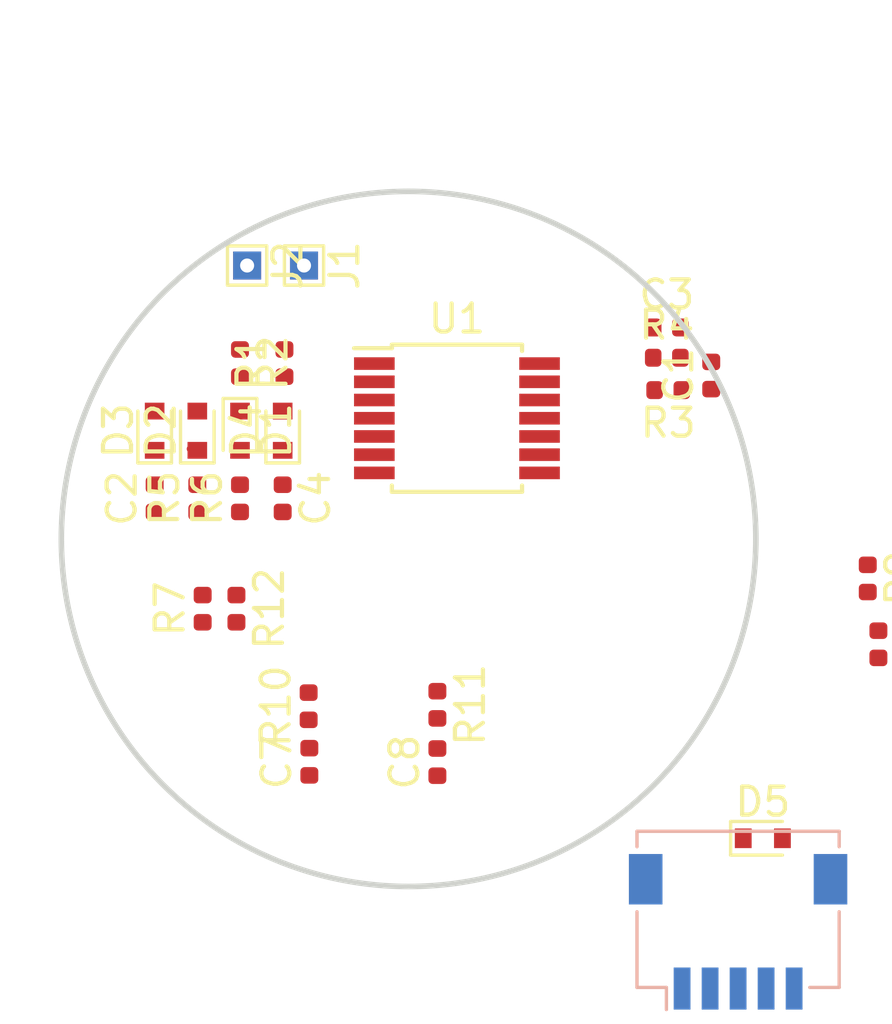
<source format=kicad_pcb>
(kicad_pcb (version 20171130) (host pcbnew 5.0.0)

  (general
    (thickness 1.6)
    (drawings 5)
    (tracks 4)
    (zones 0)
    (modules 27)
    (nets 21)
  )

  (page A4)
  (layers
    (0 F.Cu signal)
    (31 B.Cu signal)
    (32 B.Adhes user hide)
    (33 F.Adhes user hide)
    (34 B.Paste user hide)
    (35 F.Paste user hide)
    (36 B.SilkS user hide)
    (37 F.SilkS user hide)
    (38 B.Mask user hide)
    (39 F.Mask user hide)
    (40 Dwgs.User user hide)
    (41 Cmts.User user hide)
    (42 Eco1.User user)
    (43 Eco2.User user)
    (44 Edge.Cuts user)
    (45 Margin user)
    (46 B.CrtYd user hide)
    (47 F.CrtYd user)
    (48 B.Fab user hide)
    (49 F.Fab user)
  )

  (setup
    (last_trace_width 0.25)
    (trace_clearance 0.2)
    (zone_clearance 0.508)
    (zone_45_only no)
    (trace_min 0.2)
    (segment_width 0.2)
    (edge_width 0.2)
    (via_size 0.8)
    (via_drill 0.4)
    (via_min_size 0.4)
    (via_min_drill 0.3)
    (uvia_size 0.3)
    (uvia_drill 0.1)
    (uvias_allowed no)
    (uvia_min_size 0.2)
    (uvia_min_drill 0.1)
    (pcb_text_width 0.3)
    (pcb_text_size 1.5 1.5)
    (mod_edge_width 0.15)
    (mod_text_size 1 1)
    (mod_text_width 0.15)
    (pad_size 1.524 1.524)
    (pad_drill 0.762)
    (pad_to_mask_clearance 0.2)
    (aux_axis_origin 0 0)
    (visible_elements FFFFFF7F)
    (pcbplotparams
      (layerselection 0x010fc_ffffffff)
      (usegerberextensions true)
      (usegerberattributes false)
      (usegerberadvancedattributes false)
      (creategerberjobfile false)
      (excludeedgelayer true)
      (linewidth 0.100000)
      (plotframeref false)
      (viasonmask false)
      (mode 1)
      (useauxorigin false)
      (hpglpennumber 1)
      (hpglpenspeed 20)
      (hpglpendiameter 15.000000)
      (psnegative false)
      (psa4output false)
      (plotreference false)
      (plotvalue false)
      (plotinvisibletext false)
      (padsonsilk false)
      (subtractmaskfromsilk false)
      (outputformat 1)
      (mirror false)
      (drillshape 0)
      (scaleselection 1)
      (outputdirectory "gerbers"))
  )

  (net 0 "")
  (net 1 +BATT)
  (net 2 GND)
  (net 3 "Net-(C2-Pad1)")
  (net 4 VGND)
  (net 5 /OUT+)
  (net 6 "Net-(C7-Pad2)")
  (net 7 "Net-(C8-Pad2)")
  (net 8 /OUT-)
  (net 9 "Net-(D2-Pad2)")
  (net 10 /IN+)
  (net 11 -BATT)
  (net 12 /PRE-)
  (net 13 /PRE+)
  (net 14 /BUF+)
  (net 15 /BUF-)
  (net 16 /AMP)
  (net 17 /VGNDREF)
  (net 18 VCC)
  (net 19 /GAIN-)
  (net 20 /INV-)

  (net_class Default "This is the default net class."
    (clearance 0.2)
    (trace_width 0.25)
    (via_dia 0.8)
    (via_drill 0.4)
    (uvia_dia 0.3)
    (uvia_drill 0.1)
    (add_net +BATT)
    (add_net -BATT)
    (add_net /AMP)
    (add_net /BUF+)
    (add_net /BUF-)
    (add_net /GAIN-)
    (add_net /IN+)
    (add_net /INV-)
    (add_net /OUT+)
    (add_net /OUT-)
    (add_net /PRE+)
    (add_net /PRE-)
    (add_net /VGNDREF)
    (add_net GND)
    (add_net "Net-(C2-Pad1)")
    (add_net "Net-(C7-Pad2)")
    (add_net "Net-(C8-Pad2)")
    (add_net "Net-(D2-Pad2)")
    (add_net VCC)
    (add_net VGND)
  )

  (module TestPoint:TestPoint_THTPad_1.0x1.0mm_Drill0.5mm (layer F.Cu) (tedit 5A0F774F) (tstamp 5BC696F1)
    (at 96.266 90.2462 270)
    (descr "THT rectangular pad as test Point, square 1.0mm side length, hole diameter 0.5mm")
    (tags "test point THT pad rectangle square")
    (path /5B95313E)
    (attr virtual)
    (fp_text reference J1 (at 0 -1.448 270) (layer F.SilkS)
      (effects (font (size 1 1) (thickness 0.15)))
    )
    (fp_text value Conn_01x01 (at -4.2672 6.1722 270) (layer F.Fab)
      (effects (font (size 1 1) (thickness 0.15)))
    )
    (fp_line (start 1 1) (end -1 1) (layer F.CrtYd) (width 0.05))
    (fp_line (start 1 1) (end 1 -1) (layer F.CrtYd) (width 0.05))
    (fp_line (start -1 -1) (end -1 1) (layer F.CrtYd) (width 0.05))
    (fp_line (start -1 -1) (end 1 -1) (layer F.CrtYd) (width 0.05))
    (fp_line (start -0.7 0.7) (end -0.7 -0.7) (layer F.SilkS) (width 0.12))
    (fp_line (start 0.7 0.7) (end -0.7 0.7) (layer F.SilkS) (width 0.12))
    (fp_line (start 0.7 -0.7) (end 0.7 0.7) (layer F.SilkS) (width 0.12))
    (fp_line (start -0.7 -0.7) (end 0.7 -0.7) (layer F.SilkS) (width 0.12))
    (fp_text user %R (at -0.3048 -1.4224 270) (layer F.Fab)
      (effects (font (size 1 1) (thickness 0.15)))
    )
    (pad 1 thru_hole rect (at 0 0 270) (size 1 1) (drill 0.5) (layers *.Cu *.Mask)
      (net 10 /IN+))
  )

  (module TestPoint:TestPoint_THTPad_1.0x1.0mm_Drill0.5mm (layer F.Cu) (tedit 5A0F774F) (tstamp 5BC696FE)
    (at 94.234 90.2462 270)
    (descr "THT rectangular pad as test Point, square 1.0mm side length, hole diameter 0.5mm")
    (tags "test point THT pad rectangle square")
    (path /5B95319A)
    (attr virtual)
    (fp_text reference J2 (at 0 -1.448 270) (layer F.SilkS)
      (effects (font (size 1 1) (thickness 0.15)))
    )
    (fp_text value Conn_01x01 (at -4.8006 5.2832 270) (layer F.Fab)
      (effects (font (size 1 1) (thickness 0.15)))
    )
    (fp_text user %R (at 0 -1.45 270) (layer F.Fab)
      (effects (font (size 1 1) (thickness 0.15)))
    )
    (fp_line (start -0.7 -0.7) (end 0.7 -0.7) (layer F.SilkS) (width 0.12))
    (fp_line (start 0.7 -0.7) (end 0.7 0.7) (layer F.SilkS) (width 0.12))
    (fp_line (start 0.7 0.7) (end -0.7 0.7) (layer F.SilkS) (width 0.12))
    (fp_line (start -0.7 0.7) (end -0.7 -0.7) (layer F.SilkS) (width 0.12))
    (fp_line (start -1 -1) (end 1 -1) (layer F.CrtYd) (width 0.05))
    (fp_line (start -1 -1) (end -1 1) (layer F.CrtYd) (width 0.05))
    (fp_line (start 1 1) (end 1 -1) (layer F.CrtYd) (width 0.05))
    (fp_line (start 1 1) (end -1 1) (layer F.CrtYd) (width 0.05))
    (pad 1 thru_hole rect (at 0 0 270) (size 1 1) (drill 0.5) (layers *.Cu *.Mask)
      (net 4 VGND))
  )

  (module Diode_SMD:D_SOD-523 (layer F.Cu) (tedit 586419F0) (tstamp 5BA24F06)
    (at 93.98 96.139 270)
    (descr "http://www.diodes.com/datasheets/ap02001.pdf p.144")
    (tags "Diode SOD523")
    (path /5B994E95)
    (attr smd)
    (fp_text reference D1 (at 0 -1.3 270) (layer F.SilkS)
      (effects (font (size 1 1) (thickness 0.15)))
    )
    (fp_text value D (at -1.486418 0.2286 270) (layer F.Fab)
      (effects (font (size 1 1) (thickness 0.15)))
    )
    (fp_line (start 0.7 0.6) (end -1.15 0.6) (layer F.SilkS) (width 0.12))
    (fp_line (start 0.7 -0.6) (end -1.15 -0.6) (layer F.SilkS) (width 0.12))
    (fp_line (start 0.65 0.45) (end -0.65 0.45) (layer F.Fab) (width 0.1))
    (fp_line (start -0.65 0.45) (end -0.65 -0.45) (layer F.Fab) (width 0.1))
    (fp_line (start -0.65 -0.45) (end 0.65 -0.45) (layer F.Fab) (width 0.1))
    (fp_line (start 0.65 -0.45) (end 0.65 0.45) (layer F.Fab) (width 0.1))
    (fp_line (start -0.2 0.2) (end -0.2 -0.2) (layer F.Fab) (width 0.1))
    (fp_line (start -0.2 0) (end -0.35 0) (layer F.Fab) (width 0.1))
    (fp_line (start -0.2 0) (end 0.1 0.2) (layer F.Fab) (width 0.1))
    (fp_line (start 0.1 0.2) (end 0.1 -0.2) (layer F.Fab) (width 0.1))
    (fp_line (start 0.1 -0.2) (end -0.2 0) (layer F.Fab) (width 0.1))
    (fp_line (start 0.1 0) (end 0.25 0) (layer F.Fab) (width 0.1))
    (fp_line (start 1.25 0.7) (end -1.25 0.7) (layer F.CrtYd) (width 0.05))
    (fp_line (start -1.25 0.7) (end -1.25 -0.7) (layer F.CrtYd) (width 0.05))
    (fp_line (start -1.25 -0.7) (end 1.25 -0.7) (layer F.CrtYd) (width 0.05))
    (fp_line (start 1.25 -0.7) (end 1.25 0.7) (layer F.CrtYd) (width 0.05))
    (fp_line (start -1.15 -0.6) (end -1.15 0.6) (layer F.SilkS) (width 0.12))
    (fp_text user %R (at 0.875782 -2.794 270) (layer F.Fab)
      (effects (font (size 1 1) (thickness 0.15)))
    )
    (pad 1 smd rect (at -0.7 0 90) (size 0.6 0.7) (layers F.Cu F.Paste F.Mask)
      (net 13 /PRE+))
    (pad 2 smd rect (at 0.7 0 90) (size 0.6 0.7) (layers F.Cu F.Paste F.Mask)
      (net 12 /PRE-))
    (model ${KISYS3DMOD}/Diode_SMD.3dshapes/D_SOD-523.wrl
      (at (xyz 0 0 0))
      (scale (xyz 1 1 1))
      (rotate (xyz 0 0 0))
    )
  )

  (module Diode_SMD:D_SOD-523 (layer F.Cu) (tedit 586419F0) (tstamp 5BC6BB72)
    (at 92.456 96.139 90)
    (descr "http://www.diodes.com/datasheets/ap02001.pdf p.144")
    (tags "Diode SOD523")
    (path /5B9A41D0)
    (attr smd)
    (fp_text reference D2 (at 0 -1.3 90) (layer F.SilkS)
      (effects (font (size 1 1) (thickness 0.15)))
    )
    (fp_text value "Zener 3V1" (at 2.8194 -0.6858 90) (layer F.Fab)
      (effects (font (size 1 1) (thickness 0.15)))
    )
    (fp_line (start 0.7 0.6) (end -1.15 0.6) (layer F.SilkS) (width 0.12))
    (fp_line (start 0.7 -0.6) (end -1.15 -0.6) (layer F.SilkS) (width 0.12))
    (fp_line (start 0.65 0.45) (end -0.65 0.45) (layer F.Fab) (width 0.1))
    (fp_line (start -0.65 0.45) (end -0.65 -0.45) (layer F.Fab) (width 0.1))
    (fp_line (start -0.65 -0.45) (end 0.65 -0.45) (layer F.Fab) (width 0.1))
    (fp_line (start 0.65 -0.45) (end 0.65 0.45) (layer F.Fab) (width 0.1))
    (fp_line (start -0.2 0.2) (end -0.2 -0.2) (layer F.Fab) (width 0.1))
    (fp_line (start -0.2 0) (end -0.35 0) (layer F.Fab) (width 0.1))
    (fp_line (start -0.2 0) (end 0.1 0.2) (layer F.Fab) (width 0.1))
    (fp_line (start 0.1 0.2) (end 0.1 -0.2) (layer F.Fab) (width 0.1))
    (fp_line (start 0.1 -0.2) (end -0.2 0) (layer F.Fab) (width 0.1))
    (fp_line (start 0.1 0) (end 0.25 0) (layer F.Fab) (width 0.1))
    (fp_line (start 1.25 0.7) (end -1.25 0.7) (layer F.CrtYd) (width 0.05))
    (fp_line (start -1.25 0.7) (end -1.25 -0.7) (layer F.CrtYd) (width 0.05))
    (fp_line (start -1.25 -0.7) (end 1.25 -0.7) (layer F.CrtYd) (width 0.05))
    (fp_line (start 1.25 -0.7) (end 1.25 0.7) (layer F.CrtYd) (width 0.05))
    (fp_line (start -1.15 -0.6) (end -1.15 0.6) (layer F.SilkS) (width 0.12))
    (fp_text user %R (at -1.2954 -5.0292 90) (layer F.Fab)
      (effects (font (size 1 1) (thickness 0.15)))
    )
    (pad 1 smd rect (at -0.7 0 270) (size 0.6 0.7) (layers F.Cu F.Paste F.Mask)
      (net 12 /PRE-))
    (pad 2 smd rect (at 0.7 0 270) (size 0.6 0.7) (layers F.Cu F.Paste F.Mask)
      (net 9 "Net-(D2-Pad2)"))
    (model ${KISYS3DMOD}/Diode_SMD.3dshapes/D_SOD-523.wrl
      (at (xyz 0 0 0))
      (scale (xyz 1 1 1))
      (rotate (xyz 0 0 0))
    )
  )

  (module Diode_SMD:D_SOD-523 (layer F.Cu) (tedit 586419F0) (tstamp 5BC6BB89)
    (at 90.932 96.139 90)
    (descr "http://www.diodes.com/datasheets/ap02001.pdf p.144")
    (tags "Diode SOD523")
    (path /5B9AA27A)
    (attr smd)
    (fp_text reference D3 (at 0 -1.3 90) (layer F.SilkS)
      (effects (font (size 1 1) (thickness 0.15)))
    )
    (fp_text value "Zener 3V1" (at 2.8702 -1.1938 90) (layer F.Fab)
      (effects (font (size 1 1) (thickness 0.15)))
    )
    (fp_text user %R (at 0.9144 -4.6736 90) (layer F.Fab)
      (effects (font (size 1 1) (thickness 0.15)))
    )
    (fp_line (start -1.15 -0.6) (end -1.15 0.6) (layer F.SilkS) (width 0.12))
    (fp_line (start 1.25 -0.7) (end 1.25 0.7) (layer F.CrtYd) (width 0.05))
    (fp_line (start -1.25 -0.7) (end 1.25 -0.7) (layer F.CrtYd) (width 0.05))
    (fp_line (start -1.25 0.7) (end -1.25 -0.7) (layer F.CrtYd) (width 0.05))
    (fp_line (start 1.25 0.7) (end -1.25 0.7) (layer F.CrtYd) (width 0.05))
    (fp_line (start 0.1 0) (end 0.25 0) (layer F.Fab) (width 0.1))
    (fp_line (start 0.1 -0.2) (end -0.2 0) (layer F.Fab) (width 0.1))
    (fp_line (start 0.1 0.2) (end 0.1 -0.2) (layer F.Fab) (width 0.1))
    (fp_line (start -0.2 0) (end 0.1 0.2) (layer F.Fab) (width 0.1))
    (fp_line (start -0.2 0) (end -0.35 0) (layer F.Fab) (width 0.1))
    (fp_line (start -0.2 0.2) (end -0.2 -0.2) (layer F.Fab) (width 0.1))
    (fp_line (start 0.65 -0.45) (end 0.65 0.45) (layer F.Fab) (width 0.1))
    (fp_line (start -0.65 -0.45) (end 0.65 -0.45) (layer F.Fab) (width 0.1))
    (fp_line (start -0.65 0.45) (end -0.65 -0.45) (layer F.Fab) (width 0.1))
    (fp_line (start 0.65 0.45) (end -0.65 0.45) (layer F.Fab) (width 0.1))
    (fp_line (start 0.7 -0.6) (end -1.15 -0.6) (layer F.SilkS) (width 0.12))
    (fp_line (start 0.7 0.6) (end -1.15 0.6) (layer F.SilkS) (width 0.12))
    (pad 2 smd rect (at 0.7 0 270) (size 0.6 0.7) (layers F.Cu F.Paste F.Mask)
      (net 9 "Net-(D2-Pad2)"))
    (pad 1 smd rect (at -0.7 0 270) (size 0.6 0.7) (layers F.Cu F.Paste F.Mask)
      (net 4 VGND))
    (model ${KISYS3DMOD}/Diode_SMD.3dshapes/D_SOD-523.wrl
      (at (xyz 0 0 0))
      (scale (xyz 1 1 1))
      (rotate (xyz 0 0 0))
    )
  )

  (module Diode_SMD:D_SOD-523 (layer F.Cu) (tedit 586419F0) (tstamp 5BC6BBA0)
    (at 95.504 96.139 90)
    (descr "http://www.diodes.com/datasheets/ap02001.pdf p.144")
    (tags "Diode SOD523")
    (path /5B996852)
    (attr smd)
    (fp_text reference D4 (at 0 -1.3 90) (layer F.SilkS)
      (effects (font (size 1 1) (thickness 0.15)))
    )
    (fp_text value D (at 1.6002 0.2794 90) (layer F.Fab)
      (effects (font (size 1 1) (thickness 0.15)))
    )
    (fp_text user %R (at -1.1938 -0.9398 90) (layer F.Fab)
      (effects (font (size 1 1) (thickness 0.15)))
    )
    (fp_line (start -1.15 -0.6) (end -1.15 0.6) (layer F.SilkS) (width 0.12))
    (fp_line (start 1.25 -0.7) (end 1.25 0.7) (layer F.CrtYd) (width 0.05))
    (fp_line (start -1.25 -0.7) (end 1.25 -0.7) (layer F.CrtYd) (width 0.05))
    (fp_line (start -1.25 0.7) (end -1.25 -0.7) (layer F.CrtYd) (width 0.05))
    (fp_line (start 1.25 0.7) (end -1.25 0.7) (layer F.CrtYd) (width 0.05))
    (fp_line (start 0.1 0) (end 0.25 0) (layer F.Fab) (width 0.1))
    (fp_line (start 0.1 -0.2) (end -0.2 0) (layer F.Fab) (width 0.1))
    (fp_line (start 0.1 0.2) (end 0.1 -0.2) (layer F.Fab) (width 0.1))
    (fp_line (start -0.2 0) (end 0.1 0.2) (layer F.Fab) (width 0.1))
    (fp_line (start -0.2 0) (end -0.35 0) (layer F.Fab) (width 0.1))
    (fp_line (start -0.2 0.2) (end -0.2 -0.2) (layer F.Fab) (width 0.1))
    (fp_line (start 0.65 -0.45) (end 0.65 0.45) (layer F.Fab) (width 0.1))
    (fp_line (start -0.65 -0.45) (end 0.65 -0.45) (layer F.Fab) (width 0.1))
    (fp_line (start -0.65 0.45) (end -0.65 -0.45) (layer F.Fab) (width 0.1))
    (fp_line (start 0.65 0.45) (end -0.65 0.45) (layer F.Fab) (width 0.1))
    (fp_line (start 0.7 -0.6) (end -1.15 -0.6) (layer F.SilkS) (width 0.12))
    (fp_line (start 0.7 0.6) (end -1.15 0.6) (layer F.SilkS) (width 0.12))
    (pad 2 smd rect (at 0.7 0 270) (size 0.6 0.7) (layers F.Cu F.Paste F.Mask)
      (net 13 /PRE+))
    (pad 1 smd rect (at -0.7 0 270) (size 0.6 0.7) (layers F.Cu F.Paste F.Mask)
      (net 12 /PRE-))
    (model ${KISYS3DMOD}/Diode_SMD.3dshapes/D_SOD-523.wrl
      (at (xyz 0 0 0))
      (scale (xyz 1 1 1))
      (rotate (xyz 0 0 0))
    )
  )

  (module Package_SO:TSSOP-14_4.4x5mm_P0.65mm (layer F.Cu) (tedit 5A02F25C) (tstamp 5BC2296E)
    (at 101.727 95.6945)
    (descr "14-Lead Plastic Thin Shrink Small Outline (ST)-4.4 mm Body [TSSOP] (see Microchip Packaging Specification 00000049BS.pdf)")
    (tags "SSOP 0.65")
    (path /5BB51E97)
    (attr smd)
    (fp_text reference U1 (at 0 -3.55) (layer F.SilkS)
      (effects (font (size 1 1) (thickness 0.15)))
    )
    (fp_text value TL064 (at 0 3.55) (layer F.Fab)
      (effects (font (size 1 1) (thickness 0.15)))
    )
    (fp_line (start -1.2 -2.5) (end 2.2 -2.5) (layer F.Fab) (width 0.15))
    (fp_line (start 2.2 -2.5) (end 2.2 2.5) (layer F.Fab) (width 0.15))
    (fp_line (start 2.2 2.5) (end -2.2 2.5) (layer F.Fab) (width 0.15))
    (fp_line (start -2.2 2.5) (end -2.2 -1.5) (layer F.Fab) (width 0.15))
    (fp_line (start -2.2 -1.5) (end -1.2 -2.5) (layer F.Fab) (width 0.15))
    (fp_line (start -3.95 -2.8) (end -3.95 2.8) (layer F.CrtYd) (width 0.05))
    (fp_line (start 3.95 -2.8) (end 3.95 2.8) (layer F.CrtYd) (width 0.05))
    (fp_line (start -3.95 -2.8) (end 3.95 -2.8) (layer F.CrtYd) (width 0.05))
    (fp_line (start -3.95 2.8) (end 3.95 2.8) (layer F.CrtYd) (width 0.05))
    (fp_line (start -2.325 -2.625) (end -2.325 -2.5) (layer F.SilkS) (width 0.15))
    (fp_line (start 2.325 -2.625) (end 2.325 -2.4) (layer F.SilkS) (width 0.15))
    (fp_line (start 2.325 2.625) (end 2.325 2.4) (layer F.SilkS) (width 0.15))
    (fp_line (start -2.325 2.625) (end -2.325 2.4) (layer F.SilkS) (width 0.15))
    (fp_line (start -2.325 -2.625) (end 2.325 -2.625) (layer F.SilkS) (width 0.15))
    (fp_line (start -2.325 2.625) (end 2.325 2.625) (layer F.SilkS) (width 0.15))
    (fp_line (start -2.325 -2.5) (end -3.675 -2.5) (layer F.SilkS) (width 0.15))
    (fp_text user %R (at 0 0) (layer F.Fab)
      (effects (font (size 0.8 0.8) (thickness 0.15)))
    )
    (pad 1 smd rect (at -2.95 -1.95) (size 1.45 0.45) (layers F.Cu F.Paste F.Mask)
      (net 16 /AMP))
    (pad 2 smd rect (at -2.95 -1.3) (size 1.45 0.45) (layers F.Cu F.Paste F.Mask)
      (net 12 /PRE-))
    (pad 3 smd rect (at -2.95 -0.65) (size 1.45 0.45) (layers F.Cu F.Paste F.Mask)
      (net 13 /PRE+))
    (pad 4 smd rect (at -2.95 0) (size 1.45 0.45) (layers F.Cu F.Paste F.Mask)
      (net 18 VCC))
    (pad 5 smd rect (at -2.95 0.65) (size 1.45 0.45) (layers F.Cu F.Paste F.Mask)
      (net 4 VGND))
    (pad 6 smd rect (at -2.95 1.3) (size 1.45 0.45) (layers F.Cu F.Paste F.Mask)
      (net 19 /GAIN-))
    (pad 7 smd rect (at -2.95 1.95) (size 1.45 0.45) (layers F.Cu F.Paste F.Mask)
      (net 14 /BUF+))
    (pad 8 smd rect (at 2.95 1.95) (size 1.45 0.45) (layers F.Cu F.Paste F.Mask)
      (net 15 /BUF-))
    (pad 9 smd rect (at 2.95 1.3) (size 1.45 0.45) (layers F.Cu F.Paste F.Mask)
      (net 20 /INV-))
    (pad 10 smd rect (at 2.95 0.65) (size 1.45 0.45) (layers F.Cu F.Paste F.Mask)
      (net 4 VGND))
    (pad 11 smd rect (at 2.95 0) (size 1.45 0.45) (layers F.Cu F.Paste F.Mask)
      (net 2 GND))
    (pad 12 smd rect (at 2.95 -0.65) (size 1.45 0.45) (layers F.Cu F.Paste F.Mask)
      (net 17 /VGNDREF))
    (pad 13 smd rect (at 2.95 -1.3) (size 1.45 0.45) (layers F.Cu F.Paste F.Mask)
      (net 4 VGND))
    (pad 14 smd rect (at 2.95 -1.95) (size 1.45 0.45) (layers F.Cu F.Paste F.Mask)
      (net 4 VGND))
    (model ${KISYS3DMOD}/Package_SO.3dshapes/TSSOP-14_4.4x5mm_P0.65mm.wrl
      (at (xyz 0 0 0))
      (scale (xyz 1 1 1))
      (rotate (xyz 0 0 0))
    )
  )

  (module Connector_Molex:Molex_Pico-Clasp_202396-0507_1x05-1MP_P1.00mm_Horizontal (layer B.Cu) (tedit 5AA46ED0) (tstamp 5BB5E99C)
    (at 111.766 114.016)
    (descr "Molex Pico-Clasp series connector, 202396-0507 (http://www.molex.com/pdm_docs/sd/2023960207_sd.pdf), generated with kicad-footprint-generator")
    (tags "connector Molex Pico-Clasp top entry")
    (path /5BB408C5)
    (attr smd)
    (fp_text reference J3 (at 0 3.98) (layer B.SilkS)
      (effects (font (size 1 1) (thickness 0.15)) (justify mirror))
    )
    (fp_text value Conn_01x05 (at 0 -4.67) (layer B.Fab)
      (effects (font (size 1 1) (thickness 0.15)) (justify mirror))
    )
    (fp_line (start -3.5 1.875) (end 3.5 1.875) (layer B.Fab) (width 0.1))
    (fp_line (start -3.61 -0.715) (end -3.61 1.985) (layer B.SilkS) (width 0.12))
    (fp_line (start -3.61 1.985) (end -2.56 1.985) (layer B.SilkS) (width 0.12))
    (fp_line (start -2.56 1.985) (end -2.56 2.775) (layer B.SilkS) (width 0.12))
    (fp_line (start 3.61 -0.715) (end 3.61 1.985) (layer B.SilkS) (width 0.12))
    (fp_line (start 3.61 1.985) (end 2.56 1.985) (layer B.SilkS) (width 0.12))
    (fp_line (start -3.61 -3.035) (end -3.61 -3.585) (layer B.SilkS) (width 0.12))
    (fp_line (start -3.61 -3.585) (end 3.61 -3.585) (layer B.SilkS) (width 0.12))
    (fp_line (start 3.61 -3.585) (end 3.61 -3.035) (layer B.SilkS) (width 0.12))
    (fp_line (start -3.5 -3.475) (end 3.5 -3.475) (layer B.Fab) (width 0.1))
    (fp_line (start -3.5 1.875) (end -3.5 -3.475) (layer B.Fab) (width 0.1))
    (fp_line (start 3.5 1.875) (end 3.5 -3.475) (layer B.Fab) (width 0.1))
    (fp_line (start -4.4 3.28) (end -4.4 -3.97) (layer B.CrtYd) (width 0.05))
    (fp_line (start -4.4 -3.97) (end 4.4 -3.97) (layer B.CrtYd) (width 0.05))
    (fp_line (start 4.4 -3.97) (end 4.4 3.28) (layer B.CrtYd) (width 0.05))
    (fp_line (start 4.4 3.28) (end -4.4 3.28) (layer B.CrtYd) (width 0.05))
    (fp_line (start -2.5 1.875) (end -2 1.167893) (layer B.Fab) (width 0.1))
    (fp_line (start -2 1.167893) (end -1.5 1.875) (layer B.Fab) (width 0.1))
    (fp_text user %R (at 0 -2.77) (layer B.Fab)
      (effects (font (size 1 1) (thickness 0.15)) (justify mirror))
    )
    (pad 1 smd rect (at -2 2.025) (size 0.6 1.5) (layers B.Cu B.Paste B.Mask)
      (net 1 +BATT))
    (pad 2 smd rect (at -1 2.025) (size 0.6 1.5) (layers B.Cu B.Paste B.Mask)
      (net 11 -BATT))
    (pad 3 smd rect (at 0 2.025) (size 0.6 1.5) (layers B.Cu B.Paste B.Mask)
      (net 8 /OUT-))
    (pad 4 smd rect (at 1 2.025) (size 0.6 1.5) (layers B.Cu B.Paste B.Mask)
      (net 4 VGND))
    (pad 5 smd rect (at 2 2.025) (size 0.6 1.5) (layers B.Cu B.Paste B.Mask)
      (net 5 /OUT+))
    (pad MP smd rect (at -3.3 -1.875) (size 1.2 1.8) (layers B.Cu B.Paste B.Mask))
    (pad MP smd rect (at 3.3 -1.875) (size 1.2 1.8) (layers B.Cu B.Paste B.Mask))
    (model ${KISYS3DMOD}/Connector_Molex.3dshapes/Molex_Pico-Clasp_202396-0507_1x05-1MP_P1.00mm_Horizontal.wrl
      (at (xyz 0 0 0))
      (scale (xyz 1 1 1))
      (rotate (xyz 0 0 0))
    )
  )

  (module Capacitor_SMD:C_0402_1005Metric (layer F.Cu) (tedit 5B301BBE) (tstamp 5BC2323B)
    (at 110.8075 94.1705 90)
    (descr "Capacitor SMD 0402 (1005 Metric), square (rectangular) end terminal, IPC_7351 nominal, (Body size source: http://www.tortai-tech.com/upload/download/2011102023233369053.pdf), generated with kicad-footprint-generator")
    (tags capacitor)
    (path /5B943EC0)
    (attr smd)
    (fp_text reference C1 (at 0 -1.17 90) (layer F.SilkS)
      (effects (font (size 1 1) (thickness 0.15)))
    )
    (fp_text value "0.1uF 15V" (at 0 1.17 90) (layer F.Fab)
      (effects (font (size 1 1) (thickness 0.15)))
    )
    (fp_text user %R (at 0 0 90) (layer F.Fab)
      (effects (font (size 0.25 0.25) (thickness 0.04)))
    )
    (fp_line (start 0.93 0.47) (end -0.93 0.47) (layer F.CrtYd) (width 0.05))
    (fp_line (start 0.93 -0.47) (end 0.93 0.47) (layer F.CrtYd) (width 0.05))
    (fp_line (start -0.93 -0.47) (end 0.93 -0.47) (layer F.CrtYd) (width 0.05))
    (fp_line (start -0.93 0.47) (end -0.93 -0.47) (layer F.CrtYd) (width 0.05))
    (fp_line (start 0.5 0.25) (end -0.5 0.25) (layer F.Fab) (width 0.1))
    (fp_line (start 0.5 -0.25) (end 0.5 0.25) (layer F.Fab) (width 0.1))
    (fp_line (start -0.5 -0.25) (end 0.5 -0.25) (layer F.Fab) (width 0.1))
    (fp_line (start -0.5 0.25) (end -0.5 -0.25) (layer F.Fab) (width 0.1))
    (pad 2 smd roundrect (at 0.485 0 90) (size 0.59 0.64) (layers F.Cu F.Paste F.Mask) (roundrect_rratio 0.25)
      (net 2 GND))
    (pad 1 smd roundrect (at -0.485 0 90) (size 0.59 0.64) (layers F.Cu F.Paste F.Mask) (roundrect_rratio 0.25)
      (net 18 VCC))
    (model ${KISYS3DMOD}/Capacitor_SMD.3dshapes/C_0402_1005Metric.wrl
      (at (xyz 0 0 0))
      (scale (xyz 1 1 1))
      (rotate (xyz 0 0 0))
    )
  )

  (module Capacitor_SMD:C_0402_1005Metric (layer F.Cu) (tedit 5B301BBE) (tstamp 5BC22817)
    (at 90.932 98.552 90)
    (descr "Capacitor SMD 0402 (1005 Metric), square (rectangular) end terminal, IPC_7351 nominal, (Body size source: http://www.tortai-tech.com/upload/download/2011102023233369053.pdf), generated with kicad-footprint-generator")
    (tags capacitor)
    (path /5B962CA7)
    (attr smd)
    (fp_text reference C2 (at 0 -1.17 90) (layer F.SilkS)
      (effects (font (size 1 1) (thickness 0.15)))
    )
    (fp_text value 1uF (at 0 1.17 90) (layer F.Fab)
      (effects (font (size 1 1) (thickness 0.15)))
    )
    (fp_line (start -0.5 0.25) (end -0.5 -0.25) (layer F.Fab) (width 0.1))
    (fp_line (start -0.5 -0.25) (end 0.5 -0.25) (layer F.Fab) (width 0.1))
    (fp_line (start 0.5 -0.25) (end 0.5 0.25) (layer F.Fab) (width 0.1))
    (fp_line (start 0.5 0.25) (end -0.5 0.25) (layer F.Fab) (width 0.1))
    (fp_line (start -0.93 0.47) (end -0.93 -0.47) (layer F.CrtYd) (width 0.05))
    (fp_line (start -0.93 -0.47) (end 0.93 -0.47) (layer F.CrtYd) (width 0.05))
    (fp_line (start 0.93 -0.47) (end 0.93 0.47) (layer F.CrtYd) (width 0.05))
    (fp_line (start 0.93 0.47) (end -0.93 0.47) (layer F.CrtYd) (width 0.05))
    (fp_text user %R (at 0 0 90) (layer F.Fab)
      (effects (font (size 0.25 0.25) (thickness 0.04)))
    )
    (pad 1 smd roundrect (at -0.485 0 90) (size 0.59 0.64) (layers F.Cu F.Paste F.Mask) (roundrect_rratio 0.25)
      (net 3 "Net-(C2-Pad1)"))
    (pad 2 smd roundrect (at 0.485 0 90) (size 0.59 0.64) (layers F.Cu F.Paste F.Mask) (roundrect_rratio 0.25)
      (net 4 VGND))
    (model ${KISYS3DMOD}/Capacitor_SMD.3dshapes/C_0402_1005Metric.wrl
      (at (xyz 0 0 0))
      (scale (xyz 1 1 1))
      (rotate (xyz 0 0 0))
    )
  )

  (module Capacitor_SMD:C_0402_1005Metric (layer F.Cu) (tedit 5B301BBE) (tstamp 5BC231BD)
    (at 109.22 92.456)
    (descr "Capacitor SMD 0402 (1005 Metric), square (rectangular) end terminal, IPC_7351 nominal, (Body size source: http://www.tortai-tech.com/upload/download/2011102023233369053.pdf), generated with kicad-footprint-generator")
    (tags capacitor)
    (path /5B943EE8)
    (attr smd)
    (fp_text reference C3 (at 0 -1.17) (layer F.SilkS)
      (effects (font (size 1 1) (thickness 0.15)))
    )
    (fp_text value "0.1uF 15V" (at 0 1.17) (layer F.Fab)
      (effects (font (size 1 1) (thickness 0.15)))
    )
    (fp_text user %R (at 0 0) (layer F.Fab)
      (effects (font (size 0.25 0.25) (thickness 0.04)))
    )
    (fp_line (start 0.93 0.47) (end -0.93 0.47) (layer F.CrtYd) (width 0.05))
    (fp_line (start 0.93 -0.47) (end 0.93 0.47) (layer F.CrtYd) (width 0.05))
    (fp_line (start -0.93 -0.47) (end 0.93 -0.47) (layer F.CrtYd) (width 0.05))
    (fp_line (start -0.93 0.47) (end -0.93 -0.47) (layer F.CrtYd) (width 0.05))
    (fp_line (start 0.5 0.25) (end -0.5 0.25) (layer F.Fab) (width 0.1))
    (fp_line (start 0.5 -0.25) (end 0.5 0.25) (layer F.Fab) (width 0.1))
    (fp_line (start -0.5 -0.25) (end 0.5 -0.25) (layer F.Fab) (width 0.1))
    (fp_line (start -0.5 0.25) (end -0.5 -0.25) (layer F.Fab) (width 0.1))
    (pad 2 smd roundrect (at 0.485 0) (size 0.59 0.64) (layers F.Cu F.Paste F.Mask) (roundrect_rratio 0.25)
      (net 2 GND))
    (pad 1 smd roundrect (at -0.485 0) (size 0.59 0.64) (layers F.Cu F.Paste F.Mask) (roundrect_rratio 0.25)
      (net 17 /VGNDREF))
    (model ${KISYS3DMOD}/Capacitor_SMD.3dshapes/C_0402_1005Metric.wrl
      (at (xyz 0 0 0))
      (scale (xyz 1 1 1))
      (rotate (xyz 0 0 0))
    )
  )

  (module Capacitor_SMD:C_0402_1005Metric (layer F.Cu) (tedit 5B301BBE) (tstamp 5BC22833)
    (at 95.504 98.552 270)
    (descr "Capacitor SMD 0402 (1005 Metric), square (rectangular) end terminal, IPC_7351 nominal, (Body size source: http://www.tortai-tech.com/upload/download/2011102023233369053.pdf), generated with kicad-footprint-generator")
    (tags capacitor)
    (path /5B956863)
    (attr smd)
    (fp_text reference C4 (at 0 -1.17 270) (layer F.SilkS)
      (effects (font (size 1 1) (thickness 0.15)))
    )
    (fp_text value 1000pF (at 0 1.17 270) (layer F.Fab)
      (effects (font (size 1 1) (thickness 0.15)))
    )
    (fp_line (start -0.5 0.25) (end -0.5 -0.25) (layer F.Fab) (width 0.1))
    (fp_line (start -0.5 -0.25) (end 0.5 -0.25) (layer F.Fab) (width 0.1))
    (fp_line (start 0.5 -0.25) (end 0.5 0.25) (layer F.Fab) (width 0.1))
    (fp_line (start 0.5 0.25) (end -0.5 0.25) (layer F.Fab) (width 0.1))
    (fp_line (start -0.93 0.47) (end -0.93 -0.47) (layer F.CrtYd) (width 0.05))
    (fp_line (start -0.93 -0.47) (end 0.93 -0.47) (layer F.CrtYd) (width 0.05))
    (fp_line (start 0.93 -0.47) (end 0.93 0.47) (layer F.CrtYd) (width 0.05))
    (fp_line (start 0.93 0.47) (end -0.93 0.47) (layer F.CrtYd) (width 0.05))
    (fp_text user %R (at 0 0 270) (layer F.Fab)
      (effects (font (size 0.25 0.25) (thickness 0.04)))
    )
    (pad 1 smd roundrect (at -0.485 0 270) (size 0.59 0.64) (layers F.Cu F.Paste F.Mask) (roundrect_rratio 0.25)
      (net 12 /PRE-))
    (pad 2 smd roundrect (at 0.485 0 270) (size 0.59 0.64) (layers F.Cu F.Paste F.Mask) (roundrect_rratio 0.25)
      (net 16 /AMP))
    (model ${KISYS3DMOD}/Capacitor_SMD.3dshapes/C_0402_1005Metric.wrl
      (at (xyz 0 0 0))
      (scale (xyz 1 1 1))
      (rotate (xyz 0 0 0))
    )
  )

  (module Capacitor_SMD:C_0402_1005Metric (layer F.Cu) (tedit 5B301BBE) (tstamp 5BC22841)
    (at 96.4565 107.95 90)
    (descr "Capacitor SMD 0402 (1005 Metric), square (rectangular) end terminal, IPC_7351 nominal, (Body size source: http://www.tortai-tech.com/upload/download/2011102023233369053.pdf), generated with kicad-footprint-generator")
    (tags capacitor)
    (path /5B99C27E)
    (attr smd)
    (fp_text reference C7 (at 0 -1.17 90) (layer F.SilkS)
      (effects (font (size 1 1) (thickness 0.15)))
    )
    (fp_text value 10uF (at 0 1.17 90) (layer F.Fab)
      (effects (font (size 1 1) (thickness 0.15)))
    )
    (fp_text user %R (at 0 0 90) (layer F.Fab)
      (effects (font (size 0.25 0.25) (thickness 0.04)))
    )
    (fp_line (start 0.93 0.47) (end -0.93 0.47) (layer F.CrtYd) (width 0.05))
    (fp_line (start 0.93 -0.47) (end 0.93 0.47) (layer F.CrtYd) (width 0.05))
    (fp_line (start -0.93 -0.47) (end 0.93 -0.47) (layer F.CrtYd) (width 0.05))
    (fp_line (start -0.93 0.47) (end -0.93 -0.47) (layer F.CrtYd) (width 0.05))
    (fp_line (start 0.5 0.25) (end -0.5 0.25) (layer F.Fab) (width 0.1))
    (fp_line (start 0.5 -0.25) (end 0.5 0.25) (layer F.Fab) (width 0.1))
    (fp_line (start -0.5 -0.25) (end 0.5 -0.25) (layer F.Fab) (width 0.1))
    (fp_line (start -0.5 0.25) (end -0.5 -0.25) (layer F.Fab) (width 0.1))
    (pad 2 smd roundrect (at 0.485 0 90) (size 0.59 0.64) (layers F.Cu F.Paste F.Mask) (roundrect_rratio 0.25)
      (net 6 "Net-(C7-Pad2)"))
    (pad 1 smd roundrect (at -0.485 0 90) (size 0.59 0.64) (layers F.Cu F.Paste F.Mask) (roundrect_rratio 0.25)
      (net 5 /OUT+))
    (model ${KISYS3DMOD}/Capacitor_SMD.3dshapes/C_0402_1005Metric.wrl
      (at (xyz 0 0 0))
      (scale (xyz 1 1 1))
      (rotate (xyz 0 0 0))
    )
  )

  (module Capacitor_SMD:C_0402_1005Metric (layer F.Cu) (tedit 5B301BBE) (tstamp 5BC2284F)
    (at 101.0285 107.9627 90)
    (descr "Capacitor SMD 0402 (1005 Metric), square (rectangular) end terminal, IPC_7351 nominal, (Body size source: http://www.tortai-tech.com/upload/download/2011102023233369053.pdf), generated with kicad-footprint-generator")
    (tags capacitor)
    (path /5B99C375)
    (attr smd)
    (fp_text reference C8 (at 0 -1.17 90) (layer F.SilkS)
      (effects (font (size 1 1) (thickness 0.15)))
    )
    (fp_text value 10uF (at 0 1.17 90) (layer F.Fab)
      (effects (font (size 1 1) (thickness 0.15)))
    )
    (fp_line (start -0.5 0.25) (end -0.5 -0.25) (layer F.Fab) (width 0.1))
    (fp_line (start -0.5 -0.25) (end 0.5 -0.25) (layer F.Fab) (width 0.1))
    (fp_line (start 0.5 -0.25) (end 0.5 0.25) (layer F.Fab) (width 0.1))
    (fp_line (start 0.5 0.25) (end -0.5 0.25) (layer F.Fab) (width 0.1))
    (fp_line (start -0.93 0.47) (end -0.93 -0.47) (layer F.CrtYd) (width 0.05))
    (fp_line (start -0.93 -0.47) (end 0.93 -0.47) (layer F.CrtYd) (width 0.05))
    (fp_line (start 0.93 -0.47) (end 0.93 0.47) (layer F.CrtYd) (width 0.05))
    (fp_line (start 0.93 0.47) (end -0.93 0.47) (layer F.CrtYd) (width 0.05))
    (fp_text user %R (at 0 0 90) (layer F.Fab)
      (effects (font (size 0.25 0.25) (thickness 0.04)))
    )
    (pad 1 smd roundrect (at -0.485 0 90) (size 0.59 0.64) (layers F.Cu F.Paste F.Mask) (roundrect_rratio 0.25)
      (net 8 /OUT-))
    (pad 2 smd roundrect (at 0.485 0 90) (size 0.59 0.64) (layers F.Cu F.Paste F.Mask) (roundrect_rratio 0.25)
      (net 7 "Net-(C8-Pad2)"))
    (model ${KISYS3DMOD}/Capacitor_SMD.3dshapes/C_0402_1005Metric.wrl
      (at (xyz 0 0 0))
      (scale (xyz 1 1 1))
      (rotate (xyz 0 0 0))
    )
  )

  (module Resistor_SMD:R_0402_1005Metric (layer F.Cu) (tedit 5B301BBD) (tstamp 5BC2285D)
    (at 95.5675 93.726 90)
    (descr "Resistor SMD 0402 (1005 Metric), square (rectangular) end terminal, IPC_7351 nominal, (Body size source: http://www.tortai-tech.com/upload/download/2011102023233369053.pdf), generated with kicad-footprint-generator")
    (tags resistor)
    (path /5B9566C5)
    (attr smd)
    (fp_text reference R1 (at 0 -1.17 90) (layer F.SilkS)
      (effects (font (size 1 1) (thickness 0.15)))
    )
    (fp_text value 12k (at 0 1.17 90) (layer F.Fab)
      (effects (font (size 1 1) (thickness 0.15)))
    )
    (fp_line (start -0.5 0.25) (end -0.5 -0.25) (layer F.Fab) (width 0.1))
    (fp_line (start -0.5 -0.25) (end 0.5 -0.25) (layer F.Fab) (width 0.1))
    (fp_line (start 0.5 -0.25) (end 0.5 0.25) (layer F.Fab) (width 0.1))
    (fp_line (start 0.5 0.25) (end -0.5 0.25) (layer F.Fab) (width 0.1))
    (fp_line (start -0.93 0.47) (end -0.93 -0.47) (layer F.CrtYd) (width 0.05))
    (fp_line (start -0.93 -0.47) (end 0.93 -0.47) (layer F.CrtYd) (width 0.05))
    (fp_line (start 0.93 -0.47) (end 0.93 0.47) (layer F.CrtYd) (width 0.05))
    (fp_line (start 0.93 0.47) (end -0.93 0.47) (layer F.CrtYd) (width 0.05))
    (fp_text user %R (at 0 0 90) (layer F.Fab)
      (effects (font (size 0.25 0.25) (thickness 0.04)))
    )
    (pad 1 smd roundrect (at -0.485 0 90) (size 0.59 0.64) (layers F.Cu F.Paste F.Mask) (roundrect_rratio 0.25)
      (net 13 /PRE+))
    (pad 2 smd roundrect (at 0.485 0 90) (size 0.59 0.64) (layers F.Cu F.Paste F.Mask) (roundrect_rratio 0.25)
      (net 10 /IN+))
    (model ${KISYS3DMOD}/Resistor_SMD.3dshapes/R_0402_1005Metric.wrl
      (at (xyz 0 0 0))
      (scale (xyz 1 1 1))
      (rotate (xyz 0 0 0))
    )
  )

  (module Resistor_SMD:R_0402_1005Metric (layer F.Cu) (tedit 5B301BBD) (tstamp 5BC2286B)
    (at 93.98 93.726 270)
    (descr "Resistor SMD 0402 (1005 Metric), square (rectangular) end terminal, IPC_7351 nominal, (Body size source: http://www.tortai-tech.com/upload/download/2011102023233369053.pdf), generated with kicad-footprint-generator")
    (tags resistor)
    (path /5B95A6DE)
    (attr smd)
    (fp_text reference R2 (at 0 -1.17 270) (layer F.SilkS)
      (effects (font (size 1 1) (thickness 0.15)))
    )
    (fp_text value 10M (at 0 1.17 270) (layer F.Fab)
      (effects (font (size 1 1) (thickness 0.15)))
    )
    (fp_line (start -0.5 0.25) (end -0.5 -0.25) (layer F.Fab) (width 0.1))
    (fp_line (start -0.5 -0.25) (end 0.5 -0.25) (layer F.Fab) (width 0.1))
    (fp_line (start 0.5 -0.25) (end 0.5 0.25) (layer F.Fab) (width 0.1))
    (fp_line (start 0.5 0.25) (end -0.5 0.25) (layer F.Fab) (width 0.1))
    (fp_line (start -0.93 0.47) (end -0.93 -0.47) (layer F.CrtYd) (width 0.05))
    (fp_line (start -0.93 -0.47) (end 0.93 -0.47) (layer F.CrtYd) (width 0.05))
    (fp_line (start 0.93 -0.47) (end 0.93 0.47) (layer F.CrtYd) (width 0.05))
    (fp_line (start 0.93 0.47) (end -0.93 0.47) (layer F.CrtYd) (width 0.05))
    (fp_text user %R (at 0 0 270) (layer F.Fab)
      (effects (font (size 0.25 0.25) (thickness 0.04)))
    )
    (pad 1 smd roundrect (at -0.485 0 270) (size 0.59 0.64) (layers F.Cu F.Paste F.Mask) (roundrect_rratio 0.25)
      (net 4 VGND))
    (pad 2 smd roundrect (at 0.485 0 270) (size 0.59 0.64) (layers F.Cu F.Paste F.Mask) (roundrect_rratio 0.25)
      (net 13 /PRE+))
    (model ${KISYS3DMOD}/Resistor_SMD.3dshapes/R_0402_1005Metric.wrl
      (at (xyz 0 0 0))
      (scale (xyz 1 1 1))
      (rotate (xyz 0 0 0))
    )
  )

  (module Resistor_SMD:R_0402_1005Metric (layer F.Cu) (tedit 5B301BBD) (tstamp 5BC23211)
    (at 109.2708 94.6912 180)
    (descr "Resistor SMD 0402 (1005 Metric), square (rectangular) end terminal, IPC_7351 nominal, (Body size source: http://www.tortai-tech.com/upload/download/2011102023233369053.pdf), generated with kicad-footprint-generator")
    (tags resistor)
    (path /5B943D50)
    (attr smd)
    (fp_text reference R3 (at 0 -1.17 180) (layer F.SilkS)
      (effects (font (size 1 1) (thickness 0.15)))
    )
    (fp_text value 12k (at 0 1.17 180) (layer F.Fab)
      (effects (font (size 1 1) (thickness 0.15)))
    )
    (fp_line (start -0.5 0.25) (end -0.5 -0.25) (layer F.Fab) (width 0.1))
    (fp_line (start -0.5 -0.25) (end 0.5 -0.25) (layer F.Fab) (width 0.1))
    (fp_line (start 0.5 -0.25) (end 0.5 0.25) (layer F.Fab) (width 0.1))
    (fp_line (start 0.5 0.25) (end -0.5 0.25) (layer F.Fab) (width 0.1))
    (fp_line (start -0.93 0.47) (end -0.93 -0.47) (layer F.CrtYd) (width 0.05))
    (fp_line (start -0.93 -0.47) (end 0.93 -0.47) (layer F.CrtYd) (width 0.05))
    (fp_line (start 0.93 -0.47) (end 0.93 0.47) (layer F.CrtYd) (width 0.05))
    (fp_line (start 0.93 0.47) (end -0.93 0.47) (layer F.CrtYd) (width 0.05))
    (fp_text user %R (at 0 0 180) (layer F.Fab)
      (effects (font (size 0.25 0.25) (thickness 0.04)))
    )
    (pad 1 smd roundrect (at -0.485 0 180) (size 0.59 0.64) (layers F.Cu F.Paste F.Mask) (roundrect_rratio 0.25)
      (net 18 VCC))
    (pad 2 smd roundrect (at 0.485 0 180) (size 0.59 0.64) (layers F.Cu F.Paste F.Mask) (roundrect_rratio 0.25)
      (net 17 /VGNDREF))
    (model ${KISYS3DMOD}/Resistor_SMD.3dshapes/R_0402_1005Metric.wrl
      (at (xyz 0 0 0))
      (scale (xyz 1 1 1))
      (rotate (xyz 0 0 0))
    )
  )

  (module Resistor_SMD:R_0402_1005Metric (layer F.Cu) (tedit 5B301BBD) (tstamp 5BC231E7)
    (at 109.22 93.5355)
    (descr "Resistor SMD 0402 (1005 Metric), square (rectangular) end terminal, IPC_7351 nominal, (Body size source: http://www.tortai-tech.com/upload/download/2011102023233369053.pdf), generated with kicad-footprint-generator")
    (tags resistor)
    (path /5B943D6E)
    (attr smd)
    (fp_text reference R4 (at 0 -1.17) (layer F.SilkS)
      (effects (font (size 1 1) (thickness 0.15)))
    )
    (fp_text value 12k (at 0 1.17) (layer F.Fab)
      (effects (font (size 1 1) (thickness 0.15)))
    )
    (fp_line (start -0.5 0.25) (end -0.5 -0.25) (layer F.Fab) (width 0.1))
    (fp_line (start -0.5 -0.25) (end 0.5 -0.25) (layer F.Fab) (width 0.1))
    (fp_line (start 0.5 -0.25) (end 0.5 0.25) (layer F.Fab) (width 0.1))
    (fp_line (start 0.5 0.25) (end -0.5 0.25) (layer F.Fab) (width 0.1))
    (fp_line (start -0.93 0.47) (end -0.93 -0.47) (layer F.CrtYd) (width 0.05))
    (fp_line (start -0.93 -0.47) (end 0.93 -0.47) (layer F.CrtYd) (width 0.05))
    (fp_line (start 0.93 -0.47) (end 0.93 0.47) (layer F.CrtYd) (width 0.05))
    (fp_line (start 0.93 0.47) (end -0.93 0.47) (layer F.CrtYd) (width 0.05))
    (fp_text user %R (at 0 0) (layer F.Fab)
      (effects (font (size 0.25 0.25) (thickness 0.04)))
    )
    (pad 1 smd roundrect (at -0.485 0) (size 0.59 0.64) (layers F.Cu F.Paste F.Mask) (roundrect_rratio 0.25)
      (net 17 /VGNDREF))
    (pad 2 smd roundrect (at 0.485 0) (size 0.59 0.64) (layers F.Cu F.Paste F.Mask) (roundrect_rratio 0.25)
      (net 2 GND))
    (model ${KISYS3DMOD}/Resistor_SMD.3dshapes/R_0402_1005Metric.wrl
      (at (xyz 0 0 0))
      (scale (xyz 1 1 1))
      (rotate (xyz 0 0 0))
    )
  )

  (module Resistor_SMD:R_0402_1005Metric (layer F.Cu) (tedit 5B301BBD) (tstamp 5BC22895)
    (at 92.456 98.552 90)
    (descr "Resistor SMD 0402 (1005 Metric), square (rectangular) end terminal, IPC_7351 nominal, (Body size source: http://www.tortai-tech.com/upload/download/2011102023233369053.pdf), generated with kicad-footprint-generator")
    (tags resistor)
    (path /5B962C4D)
    (attr smd)
    (fp_text reference R5 (at 0 -1.17 90) (layer F.SilkS)
      (effects (font (size 1 1) (thickness 0.15)))
    )
    (fp_text value 12k (at 0 1.17 90) (layer F.Fab)
      (effects (font (size 1 1) (thickness 0.15)))
    )
    (fp_text user %R (at 0 0 90) (layer F.Fab)
      (effects (font (size 0.25 0.25) (thickness 0.04)))
    )
    (fp_line (start 0.93 0.47) (end -0.93 0.47) (layer F.CrtYd) (width 0.05))
    (fp_line (start 0.93 -0.47) (end 0.93 0.47) (layer F.CrtYd) (width 0.05))
    (fp_line (start -0.93 -0.47) (end 0.93 -0.47) (layer F.CrtYd) (width 0.05))
    (fp_line (start -0.93 0.47) (end -0.93 -0.47) (layer F.CrtYd) (width 0.05))
    (fp_line (start 0.5 0.25) (end -0.5 0.25) (layer F.Fab) (width 0.1))
    (fp_line (start 0.5 -0.25) (end 0.5 0.25) (layer F.Fab) (width 0.1))
    (fp_line (start -0.5 -0.25) (end 0.5 -0.25) (layer F.Fab) (width 0.1))
    (fp_line (start -0.5 0.25) (end -0.5 -0.25) (layer F.Fab) (width 0.1))
    (pad 2 smd roundrect (at 0.485 0 90) (size 0.59 0.64) (layers F.Cu F.Paste F.Mask) (roundrect_rratio 0.25)
      (net 12 /PRE-))
    (pad 1 smd roundrect (at -0.485 0 90) (size 0.59 0.64) (layers F.Cu F.Paste F.Mask) (roundrect_rratio 0.25)
      (net 3 "Net-(C2-Pad1)"))
    (model ${KISYS3DMOD}/Resistor_SMD.3dshapes/R_0402_1005Metric.wrl
      (at (xyz 0 0 0))
      (scale (xyz 1 1 1))
      (rotate (xyz 0 0 0))
    )
  )

  (module Resistor_SMD:R_0402_1005Metric (layer F.Cu) (tedit 5B301BBD) (tstamp 5BC228A3)
    (at 93.98 98.552 90)
    (descr "Resistor SMD 0402 (1005 Metric), square (rectangular) end terminal, IPC_7351 nominal, (Body size source: http://www.tortai-tech.com/upload/download/2011102023233369053.pdf), generated with kicad-footprint-generator")
    (tags resistor)
    (path /5B9567C6)
    (attr smd)
    (fp_text reference R6 (at 0 -1.17 90) (layer F.SilkS)
      (effects (font (size 1 1) (thickness 0.15)))
    )
    (fp_text value 12k (at 0 1.17 90) (layer F.Fab)
      (effects (font (size 1 1) (thickness 0.15)))
    )
    (fp_text user %R (at 0 0 90) (layer F.Fab)
      (effects (font (size 0.25 0.25) (thickness 0.04)))
    )
    (fp_line (start 0.93 0.47) (end -0.93 0.47) (layer F.CrtYd) (width 0.05))
    (fp_line (start 0.93 -0.47) (end 0.93 0.47) (layer F.CrtYd) (width 0.05))
    (fp_line (start -0.93 -0.47) (end 0.93 -0.47) (layer F.CrtYd) (width 0.05))
    (fp_line (start -0.93 0.47) (end -0.93 -0.47) (layer F.CrtYd) (width 0.05))
    (fp_line (start 0.5 0.25) (end -0.5 0.25) (layer F.Fab) (width 0.1))
    (fp_line (start 0.5 -0.25) (end 0.5 0.25) (layer F.Fab) (width 0.1))
    (fp_line (start -0.5 -0.25) (end 0.5 -0.25) (layer F.Fab) (width 0.1))
    (fp_line (start -0.5 0.25) (end -0.5 -0.25) (layer F.Fab) (width 0.1))
    (pad 2 smd roundrect (at 0.485 0 90) (size 0.59 0.64) (layers F.Cu F.Paste F.Mask) (roundrect_rratio 0.25)
      (net 12 /PRE-))
    (pad 1 smd roundrect (at -0.485 0 90) (size 0.59 0.64) (layers F.Cu F.Paste F.Mask) (roundrect_rratio 0.25)
      (net 16 /AMP))
    (model ${KISYS3DMOD}/Resistor_SMD.3dshapes/R_0402_1005Metric.wrl
      (at (xyz 0 0 0))
      (scale (xyz 1 1 1))
      (rotate (xyz 0 0 0))
    )
  )

  (module Resistor_SMD:R_0402_1005Metric (layer F.Cu) (tedit 5B301BBD) (tstamp 5BC228B1)
    (at 92.6465 102.489 90)
    (descr "Resistor SMD 0402 (1005 Metric), square (rectangular) end terminal, IPC_7351 nominal, (Body size source: http://www.tortai-tech.com/upload/download/2011102023233369053.pdf), generated with kicad-footprint-generator")
    (tags resistor)
    (path /5BB764D0)
    (attr smd)
    (fp_text reference R7 (at 0 -1.17 90) (layer F.SilkS)
      (effects (font (size 1 1) (thickness 0.15)))
    )
    (fp_text value 12k (at 0 1.17 90) (layer F.Fab)
      (effects (font (size 1 1) (thickness 0.15)))
    )
    (fp_text user %R (at 0 0 90) (layer F.Fab)
      (effects (font (size 0.25 0.25) (thickness 0.04)))
    )
    (fp_line (start 0.93 0.47) (end -0.93 0.47) (layer F.CrtYd) (width 0.05))
    (fp_line (start 0.93 -0.47) (end 0.93 0.47) (layer F.CrtYd) (width 0.05))
    (fp_line (start -0.93 -0.47) (end 0.93 -0.47) (layer F.CrtYd) (width 0.05))
    (fp_line (start -0.93 0.47) (end -0.93 -0.47) (layer F.CrtYd) (width 0.05))
    (fp_line (start 0.5 0.25) (end -0.5 0.25) (layer F.Fab) (width 0.1))
    (fp_line (start 0.5 -0.25) (end 0.5 0.25) (layer F.Fab) (width 0.1))
    (fp_line (start -0.5 -0.25) (end 0.5 -0.25) (layer F.Fab) (width 0.1))
    (fp_line (start -0.5 0.25) (end -0.5 -0.25) (layer F.Fab) (width 0.1))
    (pad 2 smd roundrect (at 0.485 0 90) (size 0.59 0.64) (layers F.Cu F.Paste F.Mask) (roundrect_rratio 0.25)
      (net 16 /AMP))
    (pad 1 smd roundrect (at -0.485 0 90) (size 0.59 0.64) (layers F.Cu F.Paste F.Mask) (roundrect_rratio 0.25)
      (net 19 /GAIN-))
    (model ${KISYS3DMOD}/Resistor_SMD.3dshapes/R_0402_1005Metric.wrl
      (at (xyz 0 0 0))
      (scale (xyz 1 1 1))
      (rotate (xyz 0 0 0))
    )
  )

  (module Resistor_SMD:R_0402_1005Metric (layer F.Cu) (tedit 5B301BBD) (tstamp 5BC228BF)
    (at 116.7765 103.759 270)
    (descr "Resistor SMD 0402 (1005 Metric), square (rectangular) end terminal, IPC_7351 nominal, (Body size source: http://www.tortai-tech.com/upload/download/2011102023233369053.pdf), generated with kicad-footprint-generator")
    (tags resistor)
    (path /5B945AA1)
    (attr smd)
    (fp_text reference R8 (at 0 -1.17 270) (layer F.SilkS)
      (effects (font (size 1 1) (thickness 0.15)))
    )
    (fp_text value "100k 1%" (at 0 1.17 270) (layer F.Fab)
      (effects (font (size 1 1) (thickness 0.15)))
    )
    (fp_text user %R (at 0 0 270) (layer F.Fab)
      (effects (font (size 0.25 0.25) (thickness 0.04)))
    )
    (fp_line (start 0.93 0.47) (end -0.93 0.47) (layer F.CrtYd) (width 0.05))
    (fp_line (start 0.93 -0.47) (end 0.93 0.47) (layer F.CrtYd) (width 0.05))
    (fp_line (start -0.93 -0.47) (end 0.93 -0.47) (layer F.CrtYd) (width 0.05))
    (fp_line (start -0.93 0.47) (end -0.93 -0.47) (layer F.CrtYd) (width 0.05))
    (fp_line (start 0.5 0.25) (end -0.5 0.25) (layer F.Fab) (width 0.1))
    (fp_line (start 0.5 -0.25) (end 0.5 0.25) (layer F.Fab) (width 0.1))
    (fp_line (start -0.5 -0.25) (end 0.5 -0.25) (layer F.Fab) (width 0.1))
    (fp_line (start -0.5 0.25) (end -0.5 -0.25) (layer F.Fab) (width 0.1))
    (pad 2 smd roundrect (at 0.485 0 270) (size 0.59 0.64) (layers F.Cu F.Paste F.Mask) (roundrect_rratio 0.25)
      (net 14 /BUF+))
    (pad 1 smd roundrect (at -0.485 0 270) (size 0.59 0.64) (layers F.Cu F.Paste F.Mask) (roundrect_rratio 0.25)
      (net 20 /INV-))
    (model ${KISYS3DMOD}/Resistor_SMD.3dshapes/R_0402_1005Metric.wrl
      (at (xyz 0 0 0))
      (scale (xyz 1 1 1))
      (rotate (xyz 0 0 0))
    )
  )

  (module Resistor_SMD:R_0402_1005Metric (layer F.Cu) (tedit 5B301BBD) (tstamp 5BC228CD)
    (at 116.3955 101.4095 270)
    (descr "Resistor SMD 0402 (1005 Metric), square (rectangular) end terminal, IPC_7351 nominal, (Body size source: http://www.tortai-tech.com/upload/download/2011102023233369053.pdf), generated with kicad-footprint-generator")
    (tags resistor)
    (path /5B945E77)
    (attr smd)
    (fp_text reference R9 (at 0 -1.17 270) (layer F.SilkS)
      (effects (font (size 1 1) (thickness 0.15)))
    )
    (fp_text value "100k  1%" (at 0 1.17 270) (layer F.Fab)
      (effects (font (size 1 1) (thickness 0.15)))
    )
    (fp_line (start -0.5 0.25) (end -0.5 -0.25) (layer F.Fab) (width 0.1))
    (fp_line (start -0.5 -0.25) (end 0.5 -0.25) (layer F.Fab) (width 0.1))
    (fp_line (start 0.5 -0.25) (end 0.5 0.25) (layer F.Fab) (width 0.1))
    (fp_line (start 0.5 0.25) (end -0.5 0.25) (layer F.Fab) (width 0.1))
    (fp_line (start -0.93 0.47) (end -0.93 -0.47) (layer F.CrtYd) (width 0.05))
    (fp_line (start -0.93 -0.47) (end 0.93 -0.47) (layer F.CrtYd) (width 0.05))
    (fp_line (start 0.93 -0.47) (end 0.93 0.47) (layer F.CrtYd) (width 0.05))
    (fp_line (start 0.93 0.47) (end -0.93 0.47) (layer F.CrtYd) (width 0.05))
    (fp_text user %R (at 0 0 270) (layer F.Fab)
      (effects (font (size 0.25 0.25) (thickness 0.04)))
    )
    (pad 1 smd roundrect (at -0.485 0 270) (size 0.59 0.64) (layers F.Cu F.Paste F.Mask) (roundrect_rratio 0.25)
      (net 15 /BUF-))
    (pad 2 smd roundrect (at 0.485 0 270) (size 0.59 0.64) (layers F.Cu F.Paste F.Mask) (roundrect_rratio 0.25)
      (net 20 /INV-))
    (model ${KISYS3DMOD}/Resistor_SMD.3dshapes/R_0402_1005Metric.wrl
      (at (xyz 0 0 0))
      (scale (xyz 1 1 1))
      (rotate (xyz 0 0 0))
    )
  )

  (module Resistor_SMD:R_0402_1005Metric (layer F.Cu) (tedit 5B301BBD) (tstamp 5BC228DB)
    (at 96.4311 105.9688 90)
    (descr "Resistor SMD 0402 (1005 Metric), square (rectangular) end terminal, IPC_7351 nominal, (Body size source: http://www.tortai-tech.com/upload/download/2011102023233369053.pdf), generated with kicad-footprint-generator")
    (tags resistor)
    (path /5B9463C3)
    (attr smd)
    (fp_text reference R10 (at 0 -1.17 90) (layer F.SilkS)
      (effects (font (size 1 1) (thickness 0.15)))
    )
    (fp_text value "100 1%" (at 0 1.17 90) (layer F.Fab)
      (effects (font (size 1 1) (thickness 0.15)))
    )
    (fp_text user %R (at 0 0 90) (layer F.Fab)
      (effects (font (size 0.25 0.25) (thickness 0.04)))
    )
    (fp_line (start 0.93 0.47) (end -0.93 0.47) (layer F.CrtYd) (width 0.05))
    (fp_line (start 0.93 -0.47) (end 0.93 0.47) (layer F.CrtYd) (width 0.05))
    (fp_line (start -0.93 -0.47) (end 0.93 -0.47) (layer F.CrtYd) (width 0.05))
    (fp_line (start -0.93 0.47) (end -0.93 -0.47) (layer F.CrtYd) (width 0.05))
    (fp_line (start 0.5 0.25) (end -0.5 0.25) (layer F.Fab) (width 0.1))
    (fp_line (start 0.5 -0.25) (end 0.5 0.25) (layer F.Fab) (width 0.1))
    (fp_line (start -0.5 -0.25) (end 0.5 -0.25) (layer F.Fab) (width 0.1))
    (fp_line (start -0.5 0.25) (end -0.5 -0.25) (layer F.Fab) (width 0.1))
    (pad 2 smd roundrect (at 0.485 0 90) (size 0.59 0.64) (layers F.Cu F.Paste F.Mask) (roundrect_rratio 0.25)
      (net 14 /BUF+))
    (pad 1 smd roundrect (at -0.485 0 90) (size 0.59 0.64) (layers F.Cu F.Paste F.Mask) (roundrect_rratio 0.25)
      (net 6 "Net-(C7-Pad2)"))
    (model ${KISYS3DMOD}/Resistor_SMD.3dshapes/R_0402_1005Metric.wrl
      (at (xyz 0 0 0))
      (scale (xyz 1 1 1))
      (rotate (xyz 0 0 0))
    )
  )

  (module Resistor_SMD:R_0402_1005Metric (layer F.Cu) (tedit 5B301BBD) (tstamp 5BC228E9)
    (at 101.0285 105.918 270)
    (descr "Resistor SMD 0402 (1005 Metric), square (rectangular) end terminal, IPC_7351 nominal, (Body size source: http://www.tortai-tech.com/upload/download/2011102023233369053.pdf), generated with kicad-footprint-generator")
    (tags resistor)
    (path /5B946373)
    (attr smd)
    (fp_text reference R11 (at 0 -1.17 270) (layer F.SilkS)
      (effects (font (size 1 1) (thickness 0.15)))
    )
    (fp_text value "100 1%" (at 0 1.17 270) (layer F.Fab)
      (effects (font (size 1 1) (thickness 0.15)))
    )
    (fp_text user %R (at 0 0 270) (layer F.Fab)
      (effects (font (size 0.25 0.25) (thickness 0.04)))
    )
    (fp_line (start 0.93 0.47) (end -0.93 0.47) (layer F.CrtYd) (width 0.05))
    (fp_line (start 0.93 -0.47) (end 0.93 0.47) (layer F.CrtYd) (width 0.05))
    (fp_line (start -0.93 -0.47) (end 0.93 -0.47) (layer F.CrtYd) (width 0.05))
    (fp_line (start -0.93 0.47) (end -0.93 -0.47) (layer F.CrtYd) (width 0.05))
    (fp_line (start 0.5 0.25) (end -0.5 0.25) (layer F.Fab) (width 0.1))
    (fp_line (start 0.5 -0.25) (end 0.5 0.25) (layer F.Fab) (width 0.1))
    (fp_line (start -0.5 -0.25) (end 0.5 -0.25) (layer F.Fab) (width 0.1))
    (fp_line (start -0.5 0.25) (end -0.5 -0.25) (layer F.Fab) (width 0.1))
    (pad 2 smd roundrect (at 0.485 0 270) (size 0.59 0.64) (layers F.Cu F.Paste F.Mask) (roundrect_rratio 0.25)
      (net 15 /BUF-))
    (pad 1 smd roundrect (at -0.485 0 270) (size 0.59 0.64) (layers F.Cu F.Paste F.Mask) (roundrect_rratio 0.25)
      (net 7 "Net-(C8-Pad2)"))
    (model ${KISYS3DMOD}/Resistor_SMD.3dshapes/R_0402_1005Metric.wrl
      (at (xyz 0 0 0))
      (scale (xyz 1 1 1))
      (rotate (xyz 0 0 0))
    )
  )

  (module Resistor_SMD:R_0402_1005Metric (layer F.Cu) (tedit 5B301BBD) (tstamp 5BC228F7)
    (at 93.853 102.489 270)
    (descr "Resistor SMD 0402 (1005 Metric), square (rectangular) end terminal, IPC_7351 nominal, (Body size source: http://www.tortai-tech.com/upload/download/2011102023233369053.pdf), generated with kicad-footprint-generator")
    (tags resistor)
    (path /5BB67936)
    (attr smd)
    (fp_text reference R12 (at 0 -1.17 270) (layer F.SilkS)
      (effects (font (size 1 1) (thickness 0.15)))
    )
    (fp_text value 27k (at 0 1.17 270) (layer F.Fab)
      (effects (font (size 1 1) (thickness 0.15)))
    )
    (fp_line (start -0.5 0.25) (end -0.5 -0.25) (layer F.Fab) (width 0.1))
    (fp_line (start -0.5 -0.25) (end 0.5 -0.25) (layer F.Fab) (width 0.1))
    (fp_line (start 0.5 -0.25) (end 0.5 0.25) (layer F.Fab) (width 0.1))
    (fp_line (start 0.5 0.25) (end -0.5 0.25) (layer F.Fab) (width 0.1))
    (fp_line (start -0.93 0.47) (end -0.93 -0.47) (layer F.CrtYd) (width 0.05))
    (fp_line (start -0.93 -0.47) (end 0.93 -0.47) (layer F.CrtYd) (width 0.05))
    (fp_line (start 0.93 -0.47) (end 0.93 0.47) (layer F.CrtYd) (width 0.05))
    (fp_line (start 0.93 0.47) (end -0.93 0.47) (layer F.CrtYd) (width 0.05))
    (fp_text user %R (at 0 0 270) (layer F.Fab)
      (effects (font (size 0.25 0.25) (thickness 0.04)))
    )
    (pad 1 smd roundrect (at -0.485 0 270) (size 0.59 0.64) (layers F.Cu F.Paste F.Mask) (roundrect_rratio 0.25)
      (net 14 /BUF+))
    (pad 2 smd roundrect (at 0.485 0 270) (size 0.59 0.64) (layers F.Cu F.Paste F.Mask) (roundrect_rratio 0.25)
      (net 19 /GAIN-))
    (model ${KISYS3DMOD}/Resistor_SMD.3dshapes/R_0402_1005Metric.wrl
      (at (xyz 0 0 0))
      (scale (xyz 1 1 1))
      (rotate (xyz 0 0 0))
    )
  )

  (module Diode_SMD:D_SOD-523 (layer F.Cu) (tedit 586419F0) (tstamp 5BC22BB5)
    (at 112.649 110.6805)
    (descr "http://www.diodes.com/datasheets/ap02001.pdf p.144")
    (tags "Diode SOD523")
    (path /5BB61DC2)
    (attr smd)
    (fp_text reference D5 (at 0 -1.3) (layer F.SilkS)
      (effects (font (size 1 1) (thickness 0.15)))
    )
    (fp_text value D (at 0 1.4) (layer F.Fab)
      (effects (font (size 1 1) (thickness 0.15)))
    )
    (fp_text user %R (at 0 -1.3) (layer F.Fab)
      (effects (font (size 1 1) (thickness 0.15)))
    )
    (fp_line (start -1.15 -0.6) (end -1.15 0.6) (layer F.SilkS) (width 0.12))
    (fp_line (start 1.25 -0.7) (end 1.25 0.7) (layer F.CrtYd) (width 0.05))
    (fp_line (start -1.25 -0.7) (end 1.25 -0.7) (layer F.CrtYd) (width 0.05))
    (fp_line (start -1.25 0.7) (end -1.25 -0.7) (layer F.CrtYd) (width 0.05))
    (fp_line (start 1.25 0.7) (end -1.25 0.7) (layer F.CrtYd) (width 0.05))
    (fp_line (start 0.1 0) (end 0.25 0) (layer F.Fab) (width 0.1))
    (fp_line (start 0.1 -0.2) (end -0.2 0) (layer F.Fab) (width 0.1))
    (fp_line (start 0.1 0.2) (end 0.1 -0.2) (layer F.Fab) (width 0.1))
    (fp_line (start -0.2 0) (end 0.1 0.2) (layer F.Fab) (width 0.1))
    (fp_line (start -0.2 0) (end -0.35 0) (layer F.Fab) (width 0.1))
    (fp_line (start -0.2 0.2) (end -0.2 -0.2) (layer F.Fab) (width 0.1))
    (fp_line (start 0.65 -0.45) (end 0.65 0.45) (layer F.Fab) (width 0.1))
    (fp_line (start -0.65 -0.45) (end 0.65 -0.45) (layer F.Fab) (width 0.1))
    (fp_line (start -0.65 0.45) (end -0.65 -0.45) (layer F.Fab) (width 0.1))
    (fp_line (start 0.65 0.45) (end -0.65 0.45) (layer F.Fab) (width 0.1))
    (fp_line (start 0.7 -0.6) (end -1.15 -0.6) (layer F.SilkS) (width 0.12))
    (fp_line (start 0.7 0.6) (end -1.15 0.6) (layer F.SilkS) (width 0.12))
    (pad 2 smd rect (at 0.7 0 180) (size 0.6 0.7) (layers F.Cu F.Paste F.Mask)
      (net 1 +BATT))
    (pad 1 smd rect (at -0.7 0 180) (size 0.6 0.7) (layers F.Cu F.Paste F.Mask)
      (net 18 VCC))
    (model ${KISYS3DMOD}/Diode_SMD.3dshapes/D_SOD-523.wrl
      (at (xyz 0 0 0))
      (scale (xyz 1 1 1))
      (rotate (xyz 0 0 0))
    )
  )

  (gr_text PWR (at 102.235 86.36) (layer Eco1.User)
    (effects (font (size 1.5 1.5) (thickness 0.3)))
  )
  (gr_text IN (at 94.996 87.757) (layer Eco1.User)
    (effects (font (size 1.5 1.5) (thickness 0.3)))
  )
  (gr_text OUT (at 100.9015 112.5855) (layer Eco1.User)
    (effects (font (size 1.5 1.5) (thickness 0.3)))
  )
  (gr_circle (center 100 100) (end 110 100) (layer Eco1.User) (width 0.2))
  (gr_circle (center 100 100) (end 112.4 100) (layer Edge.Cuts) (width 0.2))

  (segment (start 96.012 90.5002) (end 96.266 90.2462) (width 0.25) (layer F.Cu) (net 10))
  (segment (start 93.967818 96.7628) (end 93.9292 96.801418) (width 0.25) (layer F.Cu) (net 12))
  (segment (start 92.215218 96.801418) (end 92.202 96.7882) (width 0.25) (layer F.Cu) (net 12))
  (segment (start 93.967818 95.3628) (end 93.9292 95.401418) (width 0.25) (layer F.Cu) (net 13))

)

</source>
